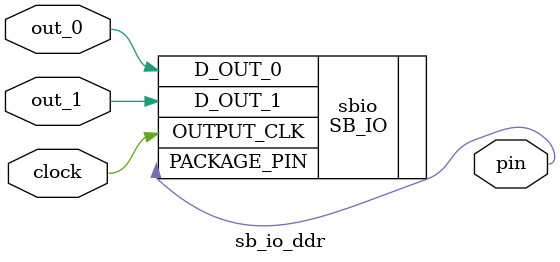
<source format=v>
module sb_io_ddr(
  input        clock,
  input        out_0,
  input        out_1,
  output       pin
  );

  SB_IO #(
    .PIN_TYPE(6'b0100_01)
    //                ^^ ignored (input)
    //           ^^^^ DDR output
  ) sbio (
      .PACKAGE_PIN(pin),
      .D_OUT_0(out_0),
      .D_OUT_1(out_1),
      .OUTPUT_CLK(clock)
  );

endmodule

// http://www.latticesemi.com/~/media/LatticeSemi/Documents/TechnicalBriefs/SBTICETechnologyLibrary201504.pdf

</source>
